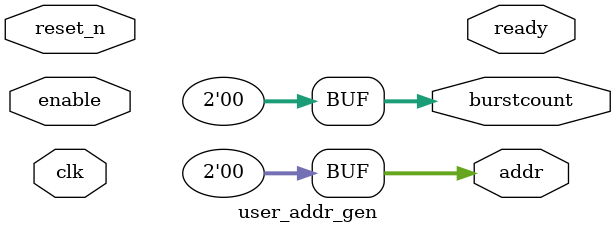
<source format=sv>



module user_addr_gen(
	clk,
	reset_n,
	enable,
	ready,
	addr,
	burstcount
);

////////////////////////////////////////////////////////////////////////////////
////BEGIN PARAMETER SECTION

////Avalon signal widths
parameter ADDR_WIDTH		= "";
parameter BURSTCOUNT_WIDTH	= "";
parameter USER_ADDR_ENABLED = 0;
parameter USER_ADDR_BINARY  = 1;
parameter USER_ADDR_DEPTH   = 300;
parameter USER_ADDR_FILE    = "user_input_addr.hex";

////END PARAMETER SECTION
////////////////////////////////////////////////////////////////////////////////

////////////////////////////////////////////////////////////////////////////////
////BEGIN PORT SECTION

////Clock and reset
input							clk;
input							reset_n;

////Control and status
input							enable;

////Address generator outputs
output							ready;
output 	[ADDR_WIDTH-1:0]		addr;
output	[BURSTCOUNT_WIDTH-1:0]	burstcount;

////END PORT SECTION
////////////////////////////////////////////////////////////////////////////////

generate
if (USER_ADDR_ENABLED == 1)
begin : addr_gen

    user_input user_input_addr_inst (
    	.clk		(clk),
    	.reset_n	(reset_n),
    	.enable		(enable),
        .ready      	(ready),
    	.data		({addr,burstcount}));
    defparam user_input_addr_inst.DATA_WIDTH            = ADDR_WIDTH + BURSTCOUNT_WIDTH;
    defparam user_input_addr_inst.USER_INPUT_ENABLED    = USER_ADDR_ENABLED;
    defparam user_input_addr_inst.USER_INPUT_BINARY     = USER_ADDR_BINARY;
    defparam user_input_addr_inst.USER_INPUT_DEPTH      = USER_ADDR_DEPTH;
    defparam user_input_addr_inst.USER_INPUT_FILE       = USER_ADDR_FILE;
    defparam user_input_addr_inst.SHOW_AHEAD            = 1;
end
else
begin
    assign addr = '0;
    assign burstcount = '0;
end
endgenerate

endmodule


</source>
